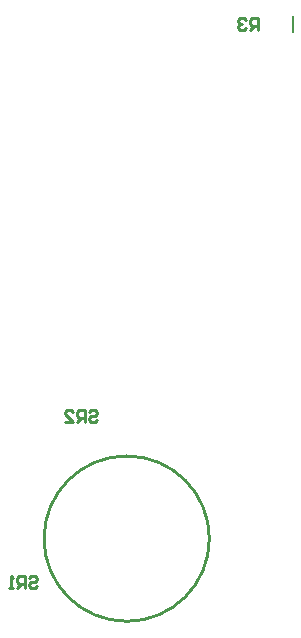
<source format=gbo>
G04 Layer_Color=32896*
%FSLAX25Y25*%
%MOIN*%
G70*
G01*
G75*
%ADD14C,0.01000*%
%ADD22C,0.00787*%
D14*
X27559Y0D02*
G03*
X27559Y0I-27559J0D01*
G01*
X-32666Y-13168D02*
X-31999Y-12501D01*
X-30666D01*
X-30000Y-13168D01*
Y-13834D01*
X-30666Y-14501D01*
X-31999D01*
X-32666Y-15167D01*
Y-15834D01*
X-31999Y-16500D01*
X-30666D01*
X-30000Y-15834D01*
X-33999Y-16500D02*
Y-12501D01*
X-35998D01*
X-36665Y-13168D01*
Y-14501D01*
X-35998Y-15167D01*
X-33999D01*
X-35332D02*
X-36665Y-16500D01*
X-37997D02*
X-39330D01*
X-38664D01*
Y-12501D01*
X-37997Y-13168D01*
X-12666Y42332D02*
X-11999Y42999D01*
X-10667D01*
X-10000Y42332D01*
Y41666D01*
X-10667Y40999D01*
X-11999D01*
X-12666Y40333D01*
Y39666D01*
X-11999Y39000D01*
X-10667D01*
X-10000Y39666D01*
X-13999Y39000D02*
Y42999D01*
X-15998D01*
X-16665Y42332D01*
Y40999D01*
X-15998Y40333D01*
X-13999D01*
X-15332D02*
X-16665Y39000D01*
X-20663D02*
X-17997D01*
X-20663Y41666D01*
Y42332D01*
X-19997Y42999D01*
X-18664D01*
X-17997Y42332D01*
X43640Y169526D02*
Y173525D01*
X41641D01*
X40974Y172858D01*
Y171525D01*
X41641Y170859D01*
X43640D01*
X42307D02*
X40974Y169526D01*
X39641Y172858D02*
X38975Y173525D01*
X37642D01*
X36976Y172858D01*
Y172192D01*
X37642Y171525D01*
X38309D01*
X37642D01*
X36976Y170859D01*
Y170192D01*
X37642Y169526D01*
X38975D01*
X39641Y170192D01*
D22*
X55500Y168941D02*
Y174059D01*
M02*

</source>
